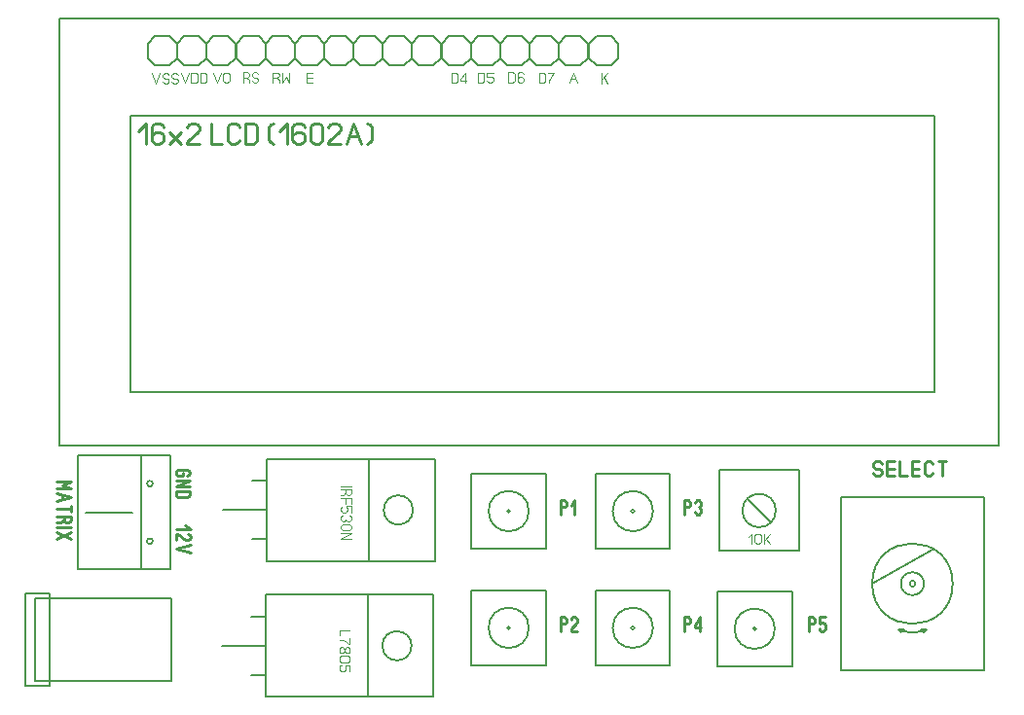
<source format=gbr>
%FSLAX34Y34*%
%MOMM*%
%LNSILK_TOP*%
G71*
G01*
%ADD10C,0.200*%
%ADD11C,0.222*%
%ADD12C,0.111*%
%LPD*%
G54D10*
X3016Y23758D02*
X3016Y104758D01*
X-17784Y104758D01*
X-17784Y23758D01*
X3016Y23758D01*
G54D10*
X-9784Y28458D02*
X109316Y28458D01*
X109316Y100058D01*
X-9784Y100058D01*
X-9784Y28458D01*
G54D10*
X27844Y224916D02*
X107844Y224916D01*
X107844Y125716D01*
X27844Y125716D01*
X27844Y224916D01*
G54D10*
X82844Y224916D02*
X82844Y125716D01*
G54D10*
X34144Y174916D02*
X75345Y174916D01*
G54D10*
G75*
G01X92844Y199916D02*
G03X92844Y199916I-2500J0D01*
G01*
G54D10*
G75*
G01X92844Y149916D02*
G03X92844Y149916I-2500J0D01*
G01*
G54D11*
X121016Y163374D02*
X125682Y160263D01*
X113238Y160263D01*
G54D11*
X113238Y150929D02*
X113238Y155907D01*
X114016Y155907D01*
X115571Y155285D01*
X120238Y151551D01*
X121794Y150929D01*
X123349Y150929D01*
X124904Y151551D01*
X125682Y152796D01*
X125682Y154040D01*
X124904Y155285D01*
X123349Y155907D01*
G54D11*
X125682Y146573D02*
X113238Y143462D01*
X125682Y140351D01*
G54D11*
X119102Y209373D02*
X119102Y206884D01*
X115213Y206884D01*
X113657Y207506D01*
X112879Y208751D01*
X112879Y209995D01*
X113657Y211240D01*
X115213Y211862D01*
X122990Y211862D01*
X124546Y211240D01*
X125324Y209995D01*
X125324Y208751D01*
X124546Y207506D01*
X122990Y206884D01*
G54D11*
X112879Y202528D02*
X125324Y202528D01*
X112879Y197550D01*
X125324Y197550D01*
G54D11*
X112879Y193194D02*
X125324Y193194D01*
X125324Y190083D01*
X124546Y188838D01*
X122990Y188216D01*
X115213Y188216D01*
X113657Y188838D01*
X112879Y190083D01*
X112879Y193194D01*
G54D12*
X256479Y197554D02*
X265368Y197554D01*
G54D12*
X260923Y192443D02*
X259812Y190443D01*
X258701Y189776D01*
X256479Y189776D01*
G54D12*
X256479Y195110D02*
X265368Y195110D01*
X265368Y191776D01*
X264812Y190443D01*
X263701Y189776D01*
X262590Y189776D01*
X261479Y190443D01*
X260923Y191776D01*
X260923Y195110D01*
G54D12*
X256479Y187333D02*
X265368Y187333D01*
X265368Y182666D01*
G54D12*
X260923Y187333D02*
X260923Y182666D01*
G54D12*
X265368Y174888D02*
X265368Y180222D01*
X261479Y180222D01*
X261479Y179555D01*
X262034Y178222D01*
X262034Y176888D01*
X261479Y175555D01*
X260368Y174888D01*
X258145Y174888D01*
X257034Y175555D01*
X256479Y176888D01*
X256479Y178222D01*
X257034Y179555D01*
X258145Y180222D01*
G54D12*
X263701Y172445D02*
X264812Y171778D01*
X265368Y170445D01*
X265368Y169111D01*
X264812Y167778D01*
X263701Y167111D01*
X262590Y167111D01*
X261479Y167778D01*
X260923Y169111D01*
X260368Y167778D01*
X259256Y167111D01*
X258145Y167111D01*
X257034Y167778D01*
X256479Y169111D01*
X256479Y170445D01*
X257034Y171778D01*
X258145Y172445D01*
G54D12*
X263701Y159334D02*
X258145Y159334D01*
X257034Y160001D01*
X256479Y161334D01*
X256479Y162668D01*
X257034Y164001D01*
X258145Y164668D01*
X263701Y164668D01*
X264812Y164001D01*
X265368Y162668D01*
X265368Y161334D01*
X264812Y160001D01*
X263701Y159334D01*
G54D12*
X256479Y156891D02*
X265368Y156891D01*
X256479Y151557D01*
X265368Y151557D01*
G54D10*
X477924Y208562D02*
X542924Y208562D01*
X542924Y143562D01*
X477924Y143562D01*
X477924Y208562D01*
G54D10*
G75*
G01X527924Y176062D02*
G03X527924Y176062I-17500J0D01*
G01*
G54D10*
G75*
G01X511924Y176062D02*
G03X511924Y176062I-1500J0D01*
G01*
G54D10*
X369974Y208562D02*
X434974Y208562D01*
X434974Y143562D01*
X369974Y143562D01*
X369974Y208562D01*
G54D10*
G75*
G01X419974Y176062D02*
G03X419974Y176062I-17500J0D01*
G01*
G54D10*
G75*
G01X403974Y176062D02*
G03X403974Y176062I-1500J0D01*
G01*
G54D12*
X610700Y153138D02*
X614034Y156471D01*
X614034Y147582D01*
G54D12*
X621811Y154804D02*
X621811Y149249D01*
X621144Y148138D01*
X619811Y147582D01*
X618477Y147582D01*
X617144Y148138D01*
X616477Y149249D01*
X616477Y154804D01*
X617144Y155915D01*
X618477Y156471D01*
X619811Y156471D01*
X621144Y155915D01*
X621811Y154804D01*
G54D12*
X624254Y147582D02*
X624254Y156471D01*
G54D12*
X624254Y150360D02*
X629588Y156471D01*
G54D12*
X626254Y152026D02*
X629588Y147582D01*
G54D10*
X585315Y211590D02*
X655315Y211590D01*
X655315Y141590D01*
X585315Y141590D01*
X585315Y211590D01*
G54D10*
G75*
G01X634815Y176590D02*
G03X634815Y176590I-14500J0D01*
G01*
G54D10*
X610315Y186590D02*
X630315Y166590D01*
G54D10*
X192065Y221506D02*
X338165Y221506D01*
X338165Y132706D01*
X192065Y132706D01*
X192065Y221506D01*
G54D10*
X281065Y221506D02*
X281065Y132706D01*
G54D10*
G75*
G01X319165Y177106D02*
G03X319165Y177106I-12700J0D01*
G01*
G54D10*
X179565Y202506D02*
X192265Y202506D01*
G54D10*
X192265Y177106D02*
X154165Y177106D01*
G54D10*
X192265Y151706D02*
X179565Y151706D01*
G54D10*
X691162Y187906D02*
X691162Y37906D01*
G54D10*
X691162Y37906D02*
X816162Y37906D01*
G54D10*
X691162Y187906D02*
X816162Y187906D01*
X816162Y37906D01*
G54D10*
G75*
G01X788662Y112906D02*
G03X788662Y112906I-35000J0D01*
G01*
G54D10*
X718662Y112906D02*
X771162Y142906D01*
G54D10*
G75*
G01X763662Y112906D02*
G03X763662Y112906I-10000J0D01*
G01*
G54D10*
G75*
G01X742662Y71854D02*
G03X764662Y71854I11000J41052D01*
G01*
G54D10*
X741162Y72906D02*
X743662Y70406D01*
G54D10*
X741162Y72906D02*
X746162Y72906D01*
G54D10*
X766162Y72906D02*
X763662Y70406D01*
G54D10*
X766162Y72906D02*
X761162Y72906D01*
G54D10*
G75*
G01X756162Y112906D02*
G03X756162Y112906I-2500J0D01*
G01*
G54D10*
X369974Y41962D02*
X434974Y41963D01*
X434974Y106962D01*
X369974Y106963D01*
X369974Y41962D01*
G54D10*
G75*
G01X419974Y74462D02*
G03X419974Y74462I-17500J0D01*
G01*
G54D10*
G75*
G01X403974Y74462D02*
G03X403974Y74462I-1500J0D01*
G01*
G54D12*
X264177Y72598D02*
X255288Y72598D01*
X255288Y67931D01*
G54D12*
X264177Y65486D02*
X264177Y60153D01*
X263066Y60820D01*
X261400Y62153D01*
X259177Y63486D01*
X257511Y64153D01*
X255288Y64153D01*
G54D12*
X259733Y54376D02*
X259733Y55710D01*
X260288Y57043D01*
X261400Y57710D01*
X262511Y57710D01*
X263622Y57043D01*
X264177Y55710D01*
X264177Y54376D01*
X263622Y53043D01*
X262511Y52376D01*
X261400Y52376D01*
X260288Y53043D01*
X259733Y54376D01*
X259177Y53043D01*
X258066Y52376D01*
X256955Y52376D01*
X255844Y53043D01*
X255288Y54376D01*
X255288Y55710D01*
X255844Y57043D01*
X256955Y57710D01*
X258066Y57710D01*
X259177Y57043D01*
X259733Y55710D01*
G54D12*
X262511Y44599D02*
X256955Y44599D01*
X255844Y45266D01*
X255288Y46599D01*
X255288Y47932D01*
X255844Y49266D01*
X256955Y49932D01*
X262511Y49932D01*
X263622Y49266D01*
X264177Y47932D01*
X264177Y46599D01*
X263622Y45266D01*
X262511Y44599D01*
G54D12*
X264177Y36822D02*
X264177Y42156D01*
X260288Y42156D01*
X260288Y41489D01*
X260844Y40156D01*
X260844Y38822D01*
X260288Y37489D01*
X259177Y36822D01*
X256955Y36822D01*
X255844Y37489D01*
X255288Y38822D01*
X255288Y40156D01*
X255844Y41489D01*
X256955Y42156D01*
G54D10*
X190875Y103237D02*
X336975Y103237D01*
X336975Y14437D01*
X190875Y14437D01*
X190875Y103237D01*
G54D10*
X279875Y103237D02*
X279875Y14437D01*
G54D10*
G75*
G01X317975Y58837D02*
G03X317975Y58837I-12700J0D01*
G01*
G54D10*
X178375Y84237D02*
X191075Y84237D01*
G54D10*
X191075Y58837D02*
X152975Y58837D01*
G54D10*
X191075Y33437D02*
X178375Y33437D01*
G54D10*
X11509Y604418D02*
X828277Y605212D01*
X828277Y233340D01*
X11509Y233340D01*
X11524Y604565D01*
G54D10*
X73421Y519884D02*
X773112Y519884D01*
X773112Y279378D01*
X73421Y279378D01*
X73421Y519884D01*
G54D12*
X117240Y557550D02*
X120573Y548661D01*
X123907Y557550D01*
G54D12*
X126351Y548661D02*
X126351Y557550D01*
X129684Y557550D01*
X131018Y556994D01*
X131684Y555883D01*
X131684Y550328D01*
X131018Y549217D01*
X129684Y548661D01*
X126351Y548661D01*
G54D12*
X134128Y548661D02*
X134128Y557550D01*
X137461Y557550D01*
X138795Y556994D01*
X139461Y555883D01*
X139461Y550328D01*
X138795Y549217D01*
X137461Y548661D01*
X134128Y548661D01*
G54D12*
X174106Y553573D02*
X176106Y552462D01*
X176772Y551351D01*
X176772Y549129D01*
G54D12*
X171439Y549129D02*
X171439Y558018D01*
X174772Y558018D01*
X176106Y557462D01*
X176772Y556351D01*
X176772Y555240D01*
X176106Y554129D01*
X174772Y553573D01*
X171439Y553573D01*
G54D12*
X179216Y550795D02*
X179883Y549684D01*
X181216Y549129D01*
X182549Y549129D01*
X183883Y549684D01*
X184549Y550795D01*
X184549Y551906D01*
X183883Y553018D01*
X182549Y553573D01*
X181216Y553573D01*
X179883Y554129D01*
X179216Y555240D01*
X179216Y556351D01*
X179883Y557462D01*
X181216Y558018D01*
X182549Y558018D01*
X183883Y557462D01*
X184549Y556351D01*
G54D12*
X92413Y557107D02*
X95746Y548218D01*
X99079Y557107D01*
G54D12*
X101524Y549884D02*
X102190Y548773D01*
X103524Y548218D01*
X104857Y548218D01*
X106190Y548773D01*
X106857Y549884D01*
X106857Y550996D01*
X106190Y552107D01*
X104857Y552662D01*
X103524Y552662D01*
X102190Y553218D01*
X101524Y554329D01*
X101524Y555440D01*
X102190Y556551D01*
X103524Y557107D01*
X104857Y557107D01*
X106190Y556551D01*
X106857Y555440D01*
G54D12*
X109301Y549884D02*
X109967Y548773D01*
X111301Y548218D01*
X112634Y548218D01*
X113967Y548773D01*
X114634Y549884D01*
X114634Y550996D01*
X113967Y552107D01*
X112634Y552662D01*
X111301Y552662D01*
X109967Y553218D01*
X109301Y554329D01*
X109301Y555440D01*
X109967Y556551D01*
X111301Y557107D01*
X112634Y557107D01*
X113967Y556551D01*
X114634Y555440D01*
G54D12*
X145169Y557709D02*
X148502Y548820D01*
X151835Y557709D01*
G54D12*
X159613Y556043D02*
X159613Y550487D01*
X158946Y549376D01*
X157613Y548820D01*
X156280Y548820D01*
X154946Y549376D01*
X154280Y550487D01*
X154280Y556043D01*
X154946Y557154D01*
X156280Y557709D01*
X157613Y557709D01*
X158946Y557154D01*
X159613Y556043D01*
G54D10*
X101048Y589292D02*
X94648Y589292D01*
X88348Y582992D01*
X88348Y570192D01*
X94648Y563892D01*
X107448Y563892D01*
X113748Y570192D01*
X113748Y582992D01*
X107448Y589292D01*
X101048Y589292D01*
G54D10*
X126448Y589292D02*
X120048Y589292D01*
X113748Y582992D01*
X113748Y570192D01*
X120048Y563892D01*
X132848Y563892D01*
X139148Y570192D01*
X139148Y582992D01*
X132848Y589292D01*
X126448Y589292D01*
G54D10*
X151848Y589292D02*
X145448Y589292D01*
X139148Y582992D01*
X139148Y570192D01*
X145448Y563892D01*
X158248Y563892D01*
X164548Y570192D01*
X164548Y582992D01*
X158248Y589292D01*
X151848Y589292D01*
G54D12*
X200076Y553106D02*
X202076Y551994D01*
X202742Y550883D01*
X202742Y548661D01*
G54D12*
X197409Y548661D02*
X197409Y557550D01*
X200742Y557550D01*
X202076Y556994D01*
X202742Y555883D01*
X202742Y554772D01*
X202076Y553661D01*
X200742Y553106D01*
X197409Y553106D01*
G54D12*
X205186Y557550D02*
X205186Y548661D01*
X208519Y554217D01*
X211853Y548661D01*
X211853Y557550D01*
G54D12*
X231592Y548820D02*
X226925Y548820D01*
X226925Y557709D01*
X231592Y557709D01*
G54D12*
X226925Y553265D02*
X231592Y553265D01*
G54D10*
X178439Y589292D02*
X172039Y589292D01*
X165739Y582992D01*
X165739Y570192D01*
X172039Y563892D01*
X184839Y563892D01*
X191139Y570192D01*
X191139Y582992D01*
X184839Y589292D01*
X178439Y589292D01*
G54D10*
X203839Y589292D02*
X197439Y589292D01*
X191139Y582992D01*
X191139Y570192D01*
X197439Y563892D01*
X210239Y563892D01*
X216539Y570192D01*
X216539Y582992D01*
X210239Y589292D01*
X203839Y589292D01*
G54D10*
X229239Y589292D02*
X222839Y589292D01*
X216539Y582992D01*
X216539Y570192D01*
X222839Y563892D01*
X235639Y563892D01*
X241939Y570192D01*
X241939Y582992D01*
X235639Y589292D01*
X229239Y589292D01*
G54D10*
X254242Y589292D02*
X247842Y589292D01*
X241542Y582992D01*
X241542Y570192D01*
X247842Y563892D01*
X260642Y563892D01*
X266942Y570192D01*
X266942Y582992D01*
X260642Y589292D01*
X254242Y589292D01*
G54D10*
X279642Y589292D02*
X273242Y589292D01*
X266942Y582992D01*
X266942Y570192D01*
X273242Y563892D01*
X286042Y563892D01*
X292342Y570192D01*
X292342Y582992D01*
X286042Y589292D01*
X279642Y589292D01*
G54D10*
X305042Y589292D02*
X298642Y589292D01*
X292342Y582992D01*
X292342Y570192D01*
X298642Y563892D01*
X311442Y563892D01*
X317742Y570192D01*
X317742Y582992D01*
X311442Y589292D01*
X305042Y589292D01*
G54D10*
X330442Y589292D02*
X324042Y589292D01*
X317742Y582992D01*
X317742Y570192D01*
X324042Y563892D01*
X336842Y563892D01*
X343142Y570192D01*
X343142Y582992D01*
X336842Y589292D01*
X330442Y589292D01*
G54D12*
X352587Y548661D02*
X352587Y557550D01*
X355920Y557550D01*
X357254Y556994D01*
X357920Y555883D01*
X357920Y550328D01*
X357254Y549217D01*
X355920Y548661D01*
X352587Y548661D01*
G54D12*
X364364Y548661D02*
X364364Y557550D01*
X360364Y551994D01*
X360364Y550883D01*
X365698Y550883D01*
G54D12*
X375753Y548820D02*
X375753Y557709D01*
X379086Y557709D01*
X380420Y557154D01*
X381086Y556043D01*
X381086Y550487D01*
X380420Y549376D01*
X379086Y548820D01*
X375753Y548820D01*
G54D12*
X388864Y557709D02*
X383530Y557709D01*
X383530Y553820D01*
X384197Y553820D01*
X385530Y554376D01*
X386864Y554376D01*
X388197Y553820D01*
X388864Y552709D01*
X388864Y550487D01*
X388197Y549376D01*
X386864Y548820D01*
X385530Y548820D01*
X384197Y549376D01*
X383530Y550487D01*
G54D10*
X357033Y589292D02*
X350633Y589292D01*
X344333Y582992D01*
X344333Y570192D01*
X350633Y563892D01*
X363433Y563892D01*
X369733Y570192D01*
X369733Y582992D01*
X363433Y589292D01*
X357033Y589292D01*
G54D10*
X382433Y589292D02*
X376033Y589292D01*
X369733Y582992D01*
X369733Y570192D01*
X376033Y563892D01*
X388833Y563892D01*
X395133Y570192D01*
X395133Y582992D01*
X388833Y589292D01*
X382433Y589292D01*
G54D12*
X428787Y548661D02*
X428787Y557550D01*
X432120Y557550D01*
X433454Y556994D01*
X434120Y555883D01*
X434120Y550328D01*
X433454Y549217D01*
X432120Y548661D01*
X428787Y548661D01*
G54D12*
X436564Y557550D02*
X441898Y557550D01*
X441231Y556439D01*
X439898Y554772D01*
X438564Y552550D01*
X437898Y550883D01*
X437898Y548661D01*
G54D12*
X483383Y548335D02*
X483383Y557224D01*
G54D12*
X483383Y551113D02*
X488716Y557224D01*
G54D12*
X485383Y552779D02*
X488716Y548335D01*
G54D12*
X402372Y549012D02*
X402372Y557900D01*
X405706Y557900D01*
X407039Y557345D01*
X407706Y556234D01*
X407706Y550678D01*
X407039Y549567D01*
X405706Y549012D01*
X402372Y549012D01*
G54D12*
X415482Y556234D02*
X414816Y557345D01*
X413482Y557900D01*
X412149Y557900D01*
X410816Y557345D01*
X410149Y556234D01*
X410149Y553456D01*
X410149Y552900D01*
X412149Y554012D01*
X413482Y554012D01*
X414816Y553456D01*
X415482Y552345D01*
X415482Y550678D01*
X414816Y549567D01*
X413482Y549012D01*
X412149Y549012D01*
X410816Y549567D01*
X410149Y550678D01*
X410149Y553456D01*
G54D12*
X455128Y548820D02*
X458462Y557709D01*
X461795Y548820D01*
G54D12*
X456462Y552154D02*
X460462Y552154D01*
G54D10*
X407833Y589292D02*
X401433Y589292D01*
X395133Y582992D01*
X395133Y570192D01*
X401433Y563892D01*
X414233Y563892D01*
X420533Y570192D01*
X420533Y582992D01*
X414233Y589292D01*
X407833Y589292D01*
G54D10*
X433233Y589292D02*
X426833Y589292D01*
X420533Y582992D01*
X420533Y570192D01*
X426833Y563892D01*
X439633Y563892D01*
X445933Y570192D01*
X445933Y582992D01*
X439633Y589292D01*
X433233Y589292D01*
G54D10*
X458633Y589292D02*
X452233Y589292D01*
X445933Y582992D01*
X445933Y570192D01*
X452233Y563892D01*
X465033Y563892D01*
X471333Y570192D01*
X471333Y582992D01*
X465033Y589292D01*
X458633Y589292D01*
G54D10*
X485223Y589292D02*
X478823Y589292D01*
X472523Y582992D01*
X472523Y570192D01*
X478823Y563892D01*
X491623Y563892D01*
X497923Y570192D01*
X497923Y582992D01*
X491623Y589292D01*
X485223Y589292D01*
G54D11*
X719544Y209149D02*
X720477Y207594D01*
X722344Y206816D01*
X724211Y206816D01*
X726077Y207594D01*
X727011Y209149D01*
X727011Y210705D01*
X726077Y212260D01*
X724211Y213038D01*
X722344Y213038D01*
X720477Y213816D01*
X719544Y215371D01*
X719544Y216927D01*
X720477Y218482D01*
X722344Y219260D01*
X724211Y219260D01*
X726077Y218482D01*
X727011Y216927D01*
G54D11*
X737900Y206816D02*
X731367Y206816D01*
X731367Y219260D01*
X737900Y219260D01*
G54D11*
X731367Y213038D02*
X737900Y213038D01*
G54D11*
X742256Y219260D02*
X742256Y206816D01*
X748789Y206816D01*
G54D11*
X759678Y206816D02*
X753145Y206816D01*
X753145Y219260D01*
X759678Y219260D01*
G54D11*
X753145Y213038D02*
X759678Y213038D01*
G54D11*
X771501Y209149D02*
X770567Y207594D01*
X768701Y206816D01*
X766834Y206816D01*
X764967Y207594D01*
X764034Y209149D01*
X764034Y216927D01*
X764967Y218482D01*
X766834Y219260D01*
X768701Y219260D01*
X770567Y218482D01*
X771501Y216927D01*
G54D11*
X779590Y206816D02*
X779590Y219260D01*
G54D11*
X775857Y219260D02*
X783324Y219260D01*
G54D11*
X447453Y173162D02*
X447453Y185607D01*
X450564Y185607D01*
X451808Y184829D01*
X452430Y183273D01*
X452430Y181718D01*
X451808Y180162D01*
X450564Y179384D01*
X447453Y179384D01*
G54D11*
X456787Y180940D02*
X459898Y185607D01*
X459898Y173162D01*
G54D11*
X447453Y71562D02*
X447453Y84007D01*
X450564Y84007D01*
X451808Y83229D01*
X452430Y81673D01*
X452430Y80118D01*
X451808Y78562D01*
X450564Y77784D01*
X447453Y77784D01*
G54D11*
X461764Y71562D02*
X456787Y71562D01*
X456787Y72340D01*
X457409Y73896D01*
X461142Y78562D01*
X461764Y80118D01*
X461764Y81673D01*
X461142Y83229D01*
X459898Y84007D01*
X458653Y84007D01*
X457409Y83229D01*
X456787Y81673D01*
G54D11*
X555403Y173162D02*
X555403Y185607D01*
X558514Y185607D01*
X559758Y184829D01*
X560380Y183273D01*
X560380Y181718D01*
X559758Y180162D01*
X558514Y179384D01*
X555403Y179384D01*
G54D11*
X564737Y183273D02*
X565359Y184829D01*
X566603Y185607D01*
X567848Y185607D01*
X569092Y184829D01*
X569714Y183273D01*
X569714Y181718D01*
X569092Y180162D01*
X567848Y179384D01*
X569092Y178607D01*
X569714Y177051D01*
X569714Y175496D01*
X569092Y173940D01*
X567848Y173162D01*
X566603Y173162D01*
X565359Y173940D01*
X564737Y175496D01*
G54D11*
X80110Y506941D02*
X86776Y513608D01*
X86776Y495830D01*
G54D11*
X102332Y510275D02*
X100999Y512497D01*
X98332Y513608D01*
X95666Y513608D01*
X92999Y512497D01*
X91666Y510275D01*
X91666Y504719D01*
X91666Y503608D01*
X95666Y505830D01*
X98332Y505830D01*
X100999Y504719D01*
X102332Y502497D01*
X102332Y499164D01*
X100999Y496941D01*
X98332Y495830D01*
X95666Y495830D01*
X92999Y496941D01*
X91666Y499164D01*
X91666Y504719D01*
G54D11*
X107222Y505830D02*
X117888Y495830D01*
G54D11*
X107222Y495830D02*
X117888Y505830D01*
G54D11*
X133444Y495830D02*
X122778Y495830D01*
X122778Y496941D01*
X124111Y499164D01*
X132111Y505830D01*
X133444Y508052D01*
X133444Y510275D01*
X132111Y512497D01*
X129444Y513608D01*
X126778Y513608D01*
X124111Y512497D01*
X122778Y510275D01*
G54D11*
X143490Y513608D02*
X143490Y495830D01*
X152823Y495830D01*
G54D11*
X168378Y499164D02*
X167045Y496941D01*
X164378Y495830D01*
X161712Y495830D01*
X159045Y496941D01*
X157712Y499164D01*
X157712Y510275D01*
X159045Y512497D01*
X161712Y513608D01*
X164378Y513608D01*
X167045Y512497D01*
X168378Y510275D01*
G54D11*
X173268Y495830D02*
X173268Y513608D01*
X179934Y513608D01*
X182601Y512497D01*
X183934Y510275D01*
X183934Y499164D01*
X182601Y496941D01*
X179934Y495830D01*
X173268Y495830D01*
G54D11*
X197980Y513608D02*
X195313Y512497D01*
X193980Y510275D01*
X193980Y499164D01*
X195313Y496941D01*
X197980Y495830D01*
G54D11*
X202869Y506941D02*
X209535Y513608D01*
X209535Y495830D01*
G54D11*
X225091Y510275D02*
X223758Y512497D01*
X221091Y513608D01*
X218425Y513608D01*
X215758Y512497D01*
X214425Y510275D01*
X214425Y504719D01*
X214425Y503608D01*
X218425Y505830D01*
X221091Y505830D01*
X223758Y504719D01*
X225091Y502497D01*
X225091Y499164D01*
X223758Y496941D01*
X221091Y495830D01*
X218425Y495830D01*
X215758Y496941D01*
X214425Y499164D01*
X214425Y504719D01*
G54D11*
X240647Y510275D02*
X240647Y499164D01*
X239314Y496941D01*
X236647Y495830D01*
X233981Y495830D01*
X231314Y496941D01*
X229981Y499164D01*
X229981Y510275D01*
X231314Y512497D01*
X233981Y513608D01*
X236647Y513608D01*
X239314Y512497D01*
X240647Y510275D01*
G54D11*
X256203Y495830D02*
X245537Y495830D01*
X245537Y496941D01*
X246870Y499164D01*
X254870Y505830D01*
X256203Y508052D01*
X256203Y510275D01*
X254870Y512497D01*
X252203Y513608D01*
X249537Y513608D01*
X246870Y512497D01*
X245537Y510275D01*
G54D11*
X261093Y495830D02*
X267759Y513608D01*
X274426Y495830D01*
G54D11*
X263759Y502497D02*
X271759Y502497D01*
G54D11*
X279315Y513608D02*
X281981Y512497D01*
X283315Y510275D01*
X283315Y499164D01*
X281981Y496941D01*
X279315Y495830D01*
G54D10*
X477924Y41962D02*
X542924Y41963D01*
X542924Y106963D01*
X477924Y106963D01*
X477924Y41962D01*
G54D10*
G75*
G01X527924Y74463D02*
G03X527924Y74463I-17500J0D01*
G01*
G54D10*
G75*
G01X511924Y74463D02*
G03X511924Y74463I-1500J0D01*
G01*
G54D11*
X555403Y71562D02*
X555403Y84007D01*
X558514Y84007D01*
X559758Y83229D01*
X560380Y81673D01*
X560380Y80118D01*
X559758Y78562D01*
X558514Y77784D01*
X555403Y77784D01*
G54D11*
X568470Y71562D02*
X568470Y84007D01*
X564737Y76229D01*
X564737Y74673D01*
X569714Y74673D01*
G54D11*
X663353Y71562D02*
X663353Y84007D01*
X666464Y84007D01*
X667708Y83229D01*
X668330Y81673D01*
X668330Y80118D01*
X667708Y78562D01*
X666464Y77784D01*
X663353Y77784D01*
G54D11*
X677664Y84007D02*
X672687Y84007D01*
X672687Y78562D01*
X673309Y78562D01*
X674553Y79340D01*
X675798Y79340D01*
X677042Y78562D01*
X677664Y77007D01*
X677664Y73896D01*
X677042Y72340D01*
X675798Y71562D01*
X674553Y71562D01*
X673309Y72340D01*
X672687Y73896D01*
G54D10*
X583890Y41168D02*
X648890Y41168D01*
X648890Y106168D01*
X583890Y106168D01*
X583890Y41168D01*
G54D10*
G75*
G01X633890Y73668D02*
G03X633890Y73668I-17500J0D01*
G01*
G54D10*
G75*
G01X617890Y73668D02*
G03X617890Y73668I-1500J0D01*
G01*
G54D11*
X9295Y201940D02*
X21739Y201940D01*
X13962Y198829D01*
X21739Y195718D01*
X9295Y195718D01*
G54D11*
X9295Y191362D02*
X21739Y188251D01*
X9295Y185140D01*
G54D11*
X13962Y190118D02*
X13962Y186384D01*
G54D11*
X9295Y178295D02*
X21739Y178295D01*
G54D11*
X21739Y180784D02*
X21739Y175806D01*
G54D11*
X15517Y168961D02*
X13962Y167095D01*
X12406Y166472D01*
X9295Y166472D01*
G54D11*
X9295Y171450D02*
X21739Y171450D01*
X21739Y168339D01*
X20962Y167095D01*
X19406Y166472D01*
X17851Y166472D01*
X16295Y167095D01*
X15517Y168339D01*
X15517Y171450D01*
G54D11*
X9295Y162116D02*
X21739Y162116D01*
G54D11*
X21739Y157760D02*
X9295Y151538D01*
G54D11*
X9295Y157760D02*
X21739Y151538D01*
M02*

</source>
